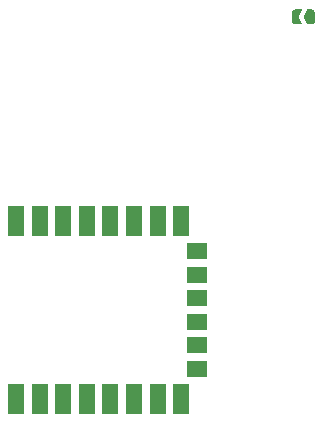
<source format=gtp>
G04 Layer: TopPasteMaskLayer*
G04 EasyEDA v6.5.40, 2024-02-04 03:55:30*
G04 936758304a9441538e57e2a98c5da18a,153482dac41149f1974aef67bcea995d,10*
G04 Gerber Generator version 0.2*
G04 Scale: 100 percent, Rotated: No, Reflected: No *
G04 Dimensions in millimeters *
G04 leading zeros omitted , absolute positions ,4 integer and 5 decimal *
%FSLAX45Y45*%
%MOMM*%

%AMMACRO1*4,1,38,-0.4763,0,-0.1588,0.635,0.2223,0.635,0.2456,0.634,0.269,0.6307,0.2918,0.6253,0.3139,0.6177,0.3355,0.6083,0.3559,0.5969,0.3754,0.5837,0.3934,0.5687,0.41,0.5522,0.4249,0.5342,0.4382,0.5146,0.4496,0.4943,0.4592,0.4727,0.4666,0.4506,0.4719,0.4277,0.4752,0.4044,0.4763,0.381,0.4763,-0.4445,0.4696,-0.4663,0.461,-0.4874,0.4503,-0.5077,0.4382,-0.527,0.4242,-0.5451,0.4087,-0.5618,0.3917,-0.5773,0.3734,-0.5911,0.3541,-0.603,0.3335,-0.6132,0.3122,-0.6215,0.2903,-0.6279,0.268,-0.6325,0.2451,-0.6347,0.2223,-0.635,-0.1588,-0.635,-0.4763,0,-0.4763,0,0*%
%AMMACRO2*4,1,39,0.4445,0.635,-0.1905,0.635,-0.2139,0.634,-0.2372,0.6307,-0.2601,0.6253,-0.2822,0.6177,-0.3038,0.6083,-0.3241,0.5969,-0.3437,0.5837,-0.3617,0.5687,-0.3782,0.5522,-0.3932,0.5342,-0.4064,0.5146,-0.4178,0.4943,-0.4272,0.4727,-0.4348,0.4506,-0.4402,0.4277,-0.4435,0.4044,-0.4445,0.381,-0.4445,-0.381,-0.4435,-0.4044,-0.4402,-0.4277,-0.4348,-0.4506,-0.4272,-0.4727,-0.4178,-0.4943,-0.4064,-0.5146,-0.3932,-0.5342,-0.3782,-0.5522,-0.3617,-0.5687,-0.3437,-0.5837,-0.3241,-0.5969,-0.3038,-0.6083,-0.2822,-0.618,-0.2601,-0.6253,-0.2372,-0.6307,-0.2139,-0.634,-0.1905,-0.635,0.4445,-0.635,0.127,0,0.4445,0.635,0*%
%ADD10MACRO1*%
%ADD11MACRO2*%
%ADD12R,1.4000X2.5000*%
%ADD13R,1.7000X1.4000*%

%LPD*%
D10*
G01*
X3390900Y4330700D03*
D11*
G01*
X3289300Y4330700D03*
D12*
G01*
X911352Y2609265D03*
G01*
X1111351Y2609240D03*
G01*
X1311351Y2609265D03*
G01*
X1511350Y2609189D03*
G01*
X1711350Y2609265D03*
G01*
X1911350Y2609342D03*
G01*
X2111324Y2609214D03*
G01*
X2311323Y2609062D03*
D13*
G01*
X2441422Y2353868D03*
G01*
X2441346Y2153869D03*
G01*
X2441346Y1953945D03*
G01*
X2441346Y1753870D03*
G01*
X2441295Y1553997D03*
G01*
X2441447Y1354201D03*
D12*
G01*
X2311323Y1099134D03*
G01*
X2111324Y1099057D03*
G01*
X1911350Y1099057D03*
G01*
X1711350Y1099057D03*
G01*
X1511350Y1099057D03*
G01*
X1311351Y1099057D03*
G01*
X1111351Y1099057D03*
G01*
X911352Y1099057D03*
M02*

</source>
